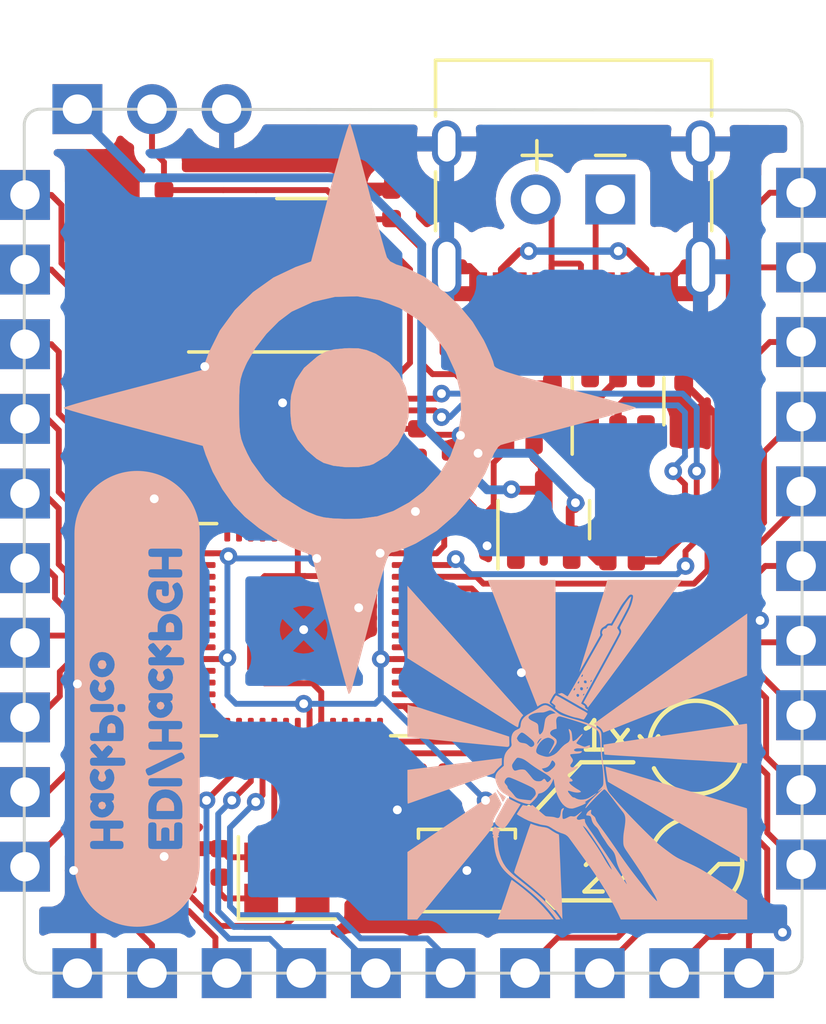
<source format=kicad_pcb>
(kicad_pcb (version 20211014) (generator pcbnew)
  (layers (0 "F.Cu" signal) (31 "B.Cu" signal) (34 "B.Paste" user) (35 "F.Paste" user) (36 "B.SilkS" user "B.Silkscreen") (37 "F.SilkS" user "F.Silkscreen") (38 "B.Mask" user) (39 "F.Mask" user) (44 "Edge.Cuts" user))
  (net 0 "")
  (net 1 "+1V1")
  (net 2 "GND")
  (net 3 "+3V3")
  (net 4 "VBUS")
  (net 5 "XOUT1")
  (net 6 "XIN")
  (net 7 "vUSB")
  (net 8 "D+")
  (net 9 "D-")
  (net 10 "DB+")
  (net 11 "DR+")
  (net 12 "DB-")
  (net 13 "DR-")
  (net 14 "CS")
  (net 15 "~{RESET}")
  (net 16 "XOUT")
  (net 17 "0")
  (net 18 "1")
  (net 19 "2")
  (net 20 "3")
  (net 21 "4")
  (net 22 "5")
  (net 23 "6")
  (net 24 "7")
  (net 25 "8")
  (net 26 "9")
  (net 27 "10")
  (net 28 "11")
  (net 29 "12")
  (net 30 "13")
  (net 31 "14")
  (net 32 "15")
  (net 35 "16")
  (net 36 "17")
  (net 37 "18")
  (net 38 "19")
  (net 39 "20")
  (net 40 "21")
  (net 41 "22")
  (net 42 "23")
  (net 43 "24")
  (net 44 "25")
  (net 45 "26{slash}A0")
  (net 46 "27{slash}A1")
  (net 47 "28{slash}A2")
  (net 48 "29{slash}A3")
  (net 49 "SD3")
  (net 50 "CLOCK")
  (net 51 "SD0")
  (net 52 "SD2")
  (net 53 "SD1")
  (net 54 "Net-(J0-PadB5)")
  (net 56 "Net-(J0-PadA5)")
  (footprint "Connector_USB:USB_C_Receptacle_HRO_TYPE-C-31-M-12" (layer "F.Cu") (at 122.682 69.671 180)
    (fp_text reference "J0" hide)
    (fp_text value "USB")
  )
  (footprint "EDI:Passive_0402_1005Metric" (layer "F.Cu") (at 108.738011 70.6765 -90)
    (fp_text reference "RF0" hide)
    (fp_text value "1k")
  )
  (footprint "EDI:Passive_0402_1005Metric" (layer "F.Cu") (at 114.572761 91.0555 -90)
    (fp_text reference "C6" hide)
    (fp_text value "100nF")
  )
  (footprint "Connector_PinSocket_2.54mm:PinSocket_1x02_P2.54mm_Vertical" (layer "F.Cu") (at 123.932 70.51 -90)
    (fp_text reference "J5" hide)
    (fp_text value "USB 4-Link")
  )
  (footprint "EDI:Passive_0402_1005Metric" (layer "F.Cu") (at 120.8532 78.852)
    (fp_text reference "CP0" hide)
    (fp_text value "1uf")
  )
  (footprint "EDI:Passive_0402_1005Metric" (layer "F.Cu") (at 115.334761 78.8 90)
    (fp_text reference "C0" hide)
    (fp_text value "1uf")
  )
  (footprint "EDI:CastellatedEdges" (layer "F.Cu") (at 130.429 93.1418 180)
    (fp_text reference "J3" hide)
    (fp_text value "Block 2 GPIO" hide)
  )
  (footprint "EDI:Passive_0402_1005Metric" (layer "F.Cu") (at 117.366761 78.8 90)
    (fp_text reference "C9" hide)
    (fp_text value "100nF")
  )
  (footprint "EDI:Passive_0402_1005Metric" (layer "F.Cu") (at 116.485011 70.6765 90)
    (fp_text reference "CF0" hide)
    (fp_text value "100nF")
  )
  (footprint "EDI:Passive_0402_1005Metric" (layer "F.Cu") (at 117.8814 90.0176 180)
    (fp_text reference "RR0" hide)
    (fp_text value "1k")
  )
  (footprint "EDI:Passive_0402_1005Metric" (layer "F.Cu") (at 113.302761 78.2285 90)
    (fp_text reference "C3" hide)
    (fp_text value "100nF")
  )
  (footprint "EDI:Passive_0402_1005Metric" (layer "F.Cu") (at 116.350761 78.8 90)
    (fp_text reference "C10" hide)
    (fp_text value "1uf")
  )
  (footprint "EDI:Passive_0402_1005Metric" (layer "F.Cu") (at 113.556761 91.0555 -90)
    (fp_text reference "RX0" hide)
    (fp_text value "1k")
  )
  (footprint "EDI:Passive_0402_1005Metric" (layer "F.Cu") (at 124.8933 80.59705 -90)
    (fp_text reference "RD1" hide)
    (fp_text value "27.4")
  )
  (footprint "EDI:Passive_0402_1005Metric" (layer "F.Cu") (at 124.333 82.81)
    (fp_text reference "CP1" hide)
    (fp_text value "1uf")
  )
  (footprint "EDI:Passive_0402_1005Metric" (layer "F.Cu") (at 118.763761 81.3816)
    (fp_text reference "C8" hide)
    (fp_text value "100nF")
  )
  (footprint "EDI:Passive_0402_1005Metric" (layer "F.Cu") (at 107.673 86.487 180)
    (fp_text reference "C5" hide)
    (fp_text value "100nF")
  )
  (footprint "EDI:Passive_0402_1005Metric" (layer "F.Cu") (at 126.43 76.26 -90)
    (fp_text reference "RC0" hide)
    (fp_text value "5k1")
  )
  (footprint "Package_SON:WSON-8-1EP_6x5mm_P1.27mm_EP3.4x4.3mm" (layer "F.Cu") (at 112.579761 73.0895)
    (fp_text reference "U2" hide)
    (fp_text value "W25Q128JVS")
  )
  (footprint "EDI:CastellatedEdges" (layer "F.Cu") (at 104.00625 70.35625)
    (fp_text reference "J1" hide)
    (fp_text value "Block 0 GPIO" hide)
  )
  (footprint "Crystal:Crystal_SMD_2520-4Pin_2.5x2.0mm" (layer "F.Cu") (at 112.921761 93.5955)
    (fp_text reference "Y0" hide)
    (fp_text value "2TJ412000NYGBC 12MHz")
  )
  (footprint "EDI:Passive_0402_1005Metric" (layer "F.Cu") (at 108.222761 82.2925 180)
    (fp_text reference "C4" hide)
    (fp_text value "100nF")
  )
  (footprint "Package_TO_SOT_SMD:SOT-23" (layer "F.Cu") (at 121.666 81.407 90)
    (fp_text reference "U1" hide)
    (fp_text value "LDO-3.3")
  )
  (footprint "EDI:Passive_0402_1005Metric" (layer "F.Cu") (at 121.9596 76.26 90)
    (fp_text reference "RC1" hide)
    (fp_text value "5k1")
  )
  (footprint "Button_Switch_SMD:SW_SPST_B3U-1000P" (layer "F.Cu") (at 119.0498 93.345 180)
    (fp_text reference "S1" hide)
    (fp_text value "RESET")
  )
  (footprint "EDI:Passive_0402_1005Metric" (layer "F.Cu") (at 115.207761 93.0875 -90)
    (fp_text reference "CX0" hide)
    (fp_text value "13pf")
  )
  (footprint "Connector_PinSocket_2.54mm:PinSocket_1x03_P2.54mm_Vertical" (layer "F.Cu") (at 105.791 67.437 90)
    (fp_text reference "J4" hide)
    (fp_text value "Power Output" hide)
  )
  (footprint "EDI:Passive_0402_1005Metric" (layer "F.Cu") (at 115.588761 91.0555 -90)
    (fp_text reference "C2" hide)
    (fp_text value "100nF")
  )
  (footprint "EDI:Passive_0402_1005Metric" (layer "F.Cu") (at 123.8773 80.59705 -90)
    (fp_text reference "RD0" hide)
    (fp_text value "27.4")
  )
  (footprint "EDI:CastellatedEdges" (layer "F.Cu") (at 105.791 96.8375 90)
    (fp_text reference "J2" hide)
    (fp_text value "Block 1 GPIO" hide)
  )
  (footprint "Package_TO_SOT_SMD:SOT-23-6" (layer "F.Cu") (at 124.1948 77.3776 90)
    (fp_text reference "U3" hide)
    (fp_text value "USBLC6-2SC6")
  )
  (footprint "Fuse:Fuse_0603_1608Metric" (layer "F.Cu") (at 120.65 76.82 -90)
    (fp_text reference "F0" hide)
    (fp_text value "6v 500ma")
  )
  (footprint "EDI:Passive_0402_1005Metric" (layer "F.Cu") (at 112.286761 78.2285 90)
    (fp_text reference "C1" hide)
    (fp_text value "100nF")
  )
  (footprint "EDI:Passive_0402_1005Metric" (layer "F.Cu") (at 119.507 86.614)
    (fp_text reference "C7" hide)
    (fp_text value "100nF")
  )
  (footprint "EDI:Passive_0402_1005Metric" (layer "F.Cu") (at 110.635761 93.0875 -90)
    (fp_text reference "CX1" hide)
    (fp_text value "13pf")
  )
  (footprint "EDI:RP2040" (layer "F.Cu") (at 113.493261 85.15)
    (fp_text reference "U0" hide)
    (fp_text value "RP2040")
  )
  (footprint "EDI:EDILogo" (layer "B.Cu") (at 115.062 77.597 180)
    (fp_text reference "G***" hide)
    (fp_text value "EDI" hide)
  )
  (footprint "kibuzzard-62CC8E63" (layer "B.Cu") (at 107.823 87.503 90)
    (fp_text reference "kibuzzard-62CC8E63" hide)
    (fp_text value "G***" hide)
  )
  (footprint "EDI:hackpgh" (layer "B.Cu") (at 122.809 89.281 180)
    (fp_text reference "G***" hide)
    (fp_text value "LOGO" hide)
  )
  (gr_line (start 127.631825 93.125925) (end 128.425575 93.125925) (layer "F.SilkS") (width 0.15))
  (gr_line (start 121.158 91.567) (end 121.158 91.186) (layer "F.SilkS") (width 0.15))
  (gr_line (start 125.250575 93.125925) (end 126.044325 93.125925) (layer "F.SilkS") (width 0.15))
  (gr_line (start 126.838075 93.919675) (end 127.631825 93.125925) (layer "F.SilkS") (width 0.15))
  (gr_line (start 121.793 94.361) (end 122.047 94.107) (layer "F.SilkS") (width 0.15))
  (gr_line (start 124.587 94.361) (end 121.793 94.361) (layer "F.SilkS") (width 0.15))
  (gr_line (start 126.044325 93.125925) (end 126.838075 93.919675) (layer "F.SilkS") (width 0.15))
  (gr_line (start 121.158 91.567) (end 121.539 91.567) (layer "F.SilkS") (width 0.15))
  (gr_circle (center 126.838075 93.125925) (end 126.838075 91.538425) (layer "F.SilkS") (width 0.15) (fill none))
  (gr_arc (start 125.250575 89.157175) (mid 128.383108 88.792442) (end 125.418172 89.867127) (layer "F.SilkS") (width 0.15))
  (gr_line (start 124.933075 88.776175) (end 125.250575 89.157175) (layer "F.SilkS") (width 0.15))
  (gr_line (start 121.793 94.361) (end 122.047 94.615) (layer "F.SilkS") (width 0.15))
  (gr_line (start 125.250575 89.157175) (end 125.568075 88.776175) (layer "F.SilkS") (width 0.15))
  (gr_line (start 124.714 89.662) (end 122.936 89.662) (layer "F.SilkS") (width 0.15))
  (gr_line (start 122.936 89.662) (end 121.158 91.567) (layer "F.SilkS") (width 0.15))
  (gr_arc (start 130.460089 96.29775) (mid 130.302 96.679411) (end 129.920339 96.8375) (layer "Edge.Cuts") (width 0.1))
  (gr_line (start 130.46075 68.01) (end 130.460089 96.29775) (layer "Edge.Cuts") (width 0.1))
  (gr_arc (start 129.921 67.47025) (mid 130.302661 67.628339) (end 130.46075 68.01) (layer "Edge.Cuts") (width 0.1))
  (gr_line (start 104.521 67.437) (end 129.921 67.47025) (layer "Edge.Cuts") (width 0.1))
  (gr_line (start 103.98125 96.29775) (end 103.98125 67.97675) (layer "Edge.Cuts") (width 0.1))
  (gr_arc (start 104.521 96.8375) (mid 104.139339 96.679411) (end 103.98125 96.29775) (layer "Edge.Cuts") (width 0.1))
  (gr_line (start 129.920339 96.8375) (end 104.521 96.8375) (layer "Edge.Cuts") (width 0.1))
  (gr_arc (start 103.98125 67.97675) (mid 104.139339 67.595089) (end 104.521 67.437) (layer "Edge.Cuts") (width 0.1))
  (gr_text "1x\n\n\n2x" (at 123.790075 91.189175) (layer "F.SilkS") (effects (font (size 1 1))))
  (segment (start 115.293261 81.7125) (end 115.293261 83.096) (width 0.2) (layer "F.Cu") (net 1))
  (segment (start 114.505466 89.5315) (end 114.699761 89.5315) (width 0.2) (layer "F.Cu") (net 1))
  (segment (start 115.063772 83.325489) (end 113.539772 83.325489) (width 0.2) (layer "F.Cu") (net 1))
  (segment (start 113.793772 86.974511) (end 112.16875 86.974511) (width 0.2) (layer "F.Cu") (net 1))
  (segment (start 115.293261 79.3265) (end 115.334761 79.285) (width 0.2) (layer "F.Cu") (net 1))
  (segment (start 112.286761 79.2445) (end 112.286761 78.7135) (width 0.2) (layer "F.Cu") (net 1))
  (segment (start 114.093261 87.274) (end 113.793772 86.974511) (width 0.2) (layer "F.Cu") (net 1))
  (segment (start 111.66875 86.474511) (end 111.66875 83.825489) (width 0.2) (layer "F.Cu") (net 1))
  (segment (start 113.293261 83.297873) (end 113.293261 81.7125) (width 0.2) (layer "F.Cu") (net 1))
  (segment (start 111.66875 83.825489) (end 112.068803 83.425436) (width 0.2) (layer "F.Cu") (net 1))
  (segment (start 115.588761 90.4205) (end 115.588761 90.5705) (width 0.2) (layer "F.Cu") (net 1))
  (segment (start 115.293261 81.7125) (end 115.293261 79.3265) (width 0.2) (layer "F.Cu") (net 1))
  (segment (start 113.293261 81.7125) (end 113.293261 80.251) (width 0.2) (layer "F.Cu") (net 1))
  (segment (start 113.293261 80.251) (end 112.286761 79.2445) (width 0.2) (layer "F.Cu") (net 1))
  (segment (start 113.539772 83.325489) (end 113.265645 83.325489) (width 0.2) (layer "F.Cu") (net 1))
  (segment (start 114.093261 88.5875) (end 114.093261 87.274) (width 0.2) (layer "F.Cu") (net 1))
  (segment (start 112.16875 83.325489) (end 112.068803 83.425436) (width 0.2) (layer "F.Cu") (net 1))
  (segment (start 114.699761 89.5315) (end 115.588761 90.4205) (width 0.2) (layer "F.Cu") (net 1))
  (segment (start 115.293261 83.096) (end 115.063772 83.325489) (width 0.2) (layer "F.Cu") (net 1))
  (segment (start 114.093261 89.119295) (end 114.505466 89.5315) (width 0.2) (layer "F.Cu") (net 1))
  (segment (start 113.539772 83.325489) (end 112.16875 83.325489) (width 0.2) (layer "F.Cu") (net 1))
  (segment (start 114.093261 88.5875) (end 114.093261 89.119295) (width 0.2) (layer "F.Cu") (net 1))
  (segment (start 112.16875 86.974511) (end 111.66875 86.474511) (width 0.2) (layer "F.Cu") (net 1))
  (segment (start 125.5716 82.81) (end 125.5716 82.800762) (width 0.25) (layer "F.Cu") (net 2))
  (segment (start 121.91008 76.79452) (end 120.12692 76.79452) (width 0.25) (layer "F.Cu") (net 2))
  (segment (start 113.796761 94.2955) (end 112.860781 95.23148) (width 0.2) (layer "F.Cu") (net 2))
  (segment (start 118.362 72.801) (end 119.1306 72.801) (width 0.25) (layer "F.Cu") (net 2))
  (segment (start 115.207761 93.5725) (end 116.600289 92.179972) (width 0.2) (layer "F.Cu") (net 2))
  (segment (start 117.886572 78.516572) (end 118.811072 78.516572) (width 0.2) (layer "F.Cu") (net 2))
  (segment (start 120.1385 86.614) (end 120.904 86.614) (width 0.2) (layer "F.Cu") (net 2))
  (segment (start 119.248761 81.809161) (end 119.7356 82.296) (width 0.2) (layer "F.Cu") (net 2))
  (segment (start 127.127 76.065537) (end 127.127 72.926) (width 0.25) (layer "F.Cu") (net 2))
  (segment (start 119.961589 79.463449) (end 119.961589 80.918411) (width 0.2) (layer "F.Cu") (net 2))
  (segment (start 118.811072 78.516572) (end 118.8313 78.5368) (width 0.2) (layer "F.Cu") (net 2))
  (segment (start 107.188 86.487) (end 106.299 86.487) (width 0.2) (layer "F.Cu") (net 2))
  (segment (start 112.8835 77.5385) (end 112.776 77.431) (width 0.2) (layer "F.Cu") (net 2))
  (segment (start 109.01 92.6025) (end 108.74375 92.86875) (width 0.2) (layer "F.Cu") (net 2))
  (segment (start 110.635761 92.6025) (end 109.01 92.6025) (width 0.2) (layer "F.Cu") (net 2))
  (segment (start 112.8835 77.7435) (end 112.8835 77.5385) (width 0.2) (layer "F.Cu") (net 2))
  (segment (start 106.299 86.487) (end 105.791 86.995) (width 0.2) (layer "F.Cu") (net 2))
  (segment (start 117.2972 81.1276) (end 117.96878 80.45602) (width 0.3) (layer "F.Cu") (net 2))
  (segment (start 112.046761 92.8955) (end 110.928761 92.8955) (width 0.2) (layer "F.Cu") (net 2))
  (segment (start 115.334761 78.315) (end 117.366761 78.315) (width 0.2) (layer "F.Cu") (net 2))
  (segment (start 112.493261 88.5875) (end 112.493261 92.449) (width 0.2) (layer "F.Cu") (net 2))
  (segment (start 110.928761 92.8955) (end 110.635761 92.6025) (width 0.2) (layer "F.Cu") (net 2))
  (segment (start 117.96878 80.45602) (end 118.70842 80.45602) (width 0.3) (layer "F.Cu") (net 2))
  (segment (start 112.643261 73.0995) (end 112.643261 73.681) (width 0.2) (layer "F.Cu") (net 2))
  (segment (start 109.879761 75.9485) (end 110.127761 76.1965) (width 0.2) (layer "F.Cu") (net 2))
  (segment (start 124.818 82.81) (end 125.5716 82.81) (width 0.25) (layer "F.Cu") (net 2))
  (segment (start 120.12692 76.79452) (end 119.432 76.0996) (width 0.25) (layer "F.Cu") (net 2))
  (segment (start 109.879761 74.9945) (end 109.879761 75.9485) (width 0.2) (layer "F.Cu") (net 2))
  (segment (start 119.1306 72.801) (end 119.432 73.1024) (width 0.25) (layer "F.Cu") (net 2))
  (segment (start 112.286761 77.7435) (end 112.8835 77.7435) (width 0.2) (layer "F.Cu") (net 2))
  (segment (start 124.1948 77.573672) (end 124.450872 77.3176) (width 0.25) (layer "F.Cu") (net 2))
  (segment (start 126.3858 72.801) (end 125.932 73.2548) (width 0.25) (layer "F.Cu") (net 2))
  (segment (start 117.366761 78.315) (end 117.685 78.315) (width 0.2) (layer "F.Cu") (net 2))
  (segment (start 110.655486 95.23148) (end 108.74375 93.319744) (width 0.2) (layer "F.Cu") (net 2))
  (segment (start 112.860781 95.23148) (end 110.655486 95.23148) (width 0.2) (layer "F.Cu") (net 2))
  (segment (start 112.493261 92.449) (end 112.046761 92.8955) (width 0.2) (layer "F.Cu") (net 2))
  (segment (start 127.497511 77.812511) (end 126.43 76.745) (width 0.25) (layer "F.Cu") (net 2))
  (segment (start 126.43 76.745) (end 126.447537 76.745) (width 0.25) (layer "F.Cu") (net 2))
  (segment (start 112.643261 73.681) (end 110.127761 76.1965) (width 0.2) (layer "F.Cu") (net 2))
  (segment (start 127.497511 80.874851) (end 127.497511 77.812511) (width 0.25) (layer "F.Cu") (net 2))
  (segment (start 119.432 76.0996) (end 119.432 73.716) (width 0.25) (layer "F.Cu") (net 2))
  (segment (start 117.685 78.315) (end 117.886572 78.516572) (width 0.2) (layer "F.Cu") (net 2))
  (segment (start 112.8835 77.7435) (end 113.302761 77.7435) (width 0.2) (layer "F.Cu") (net 2))
  (segment (start 126.3396 77.3176) (end 124.450872 77.3176) (width 0.25) (layer "F.Cu") (net 2))
  (segment (start 119.432 73.1024) (end 119.432 73.716) (width 0.25) (layer "F.Cu") (net 2))
  (segment (start 116.600289 92.179972) (end 116.600289 91.362211) (width 0.2) (layer "F.Cu") (net 2))
  (segment (start 125.5716 82.800762) (end 127.497511 80.874851) (width 0.25) (layer "F.Cu") (net 2))
  (segment (start 120.3682 78.852) (end 120.3682 79.056838) (width 0.2) (layer "F.Cu") (net 2))
  (segment (start 124.1948 78.5151) (end 124.1948 77.573672) (width 0.25) (layer "F.Cu") (net 2))
  (segment (start 127.127 72.926) (end 127.002 72.801) (width 0.25) (layer "F.Cu") (net 2))
  (segment (start 126.43 76.745) (end 126.43 77.2272) (width 0.25) (layer "F.Cu") (net 2))
  (segment (start 121.9596 76.745) (end 121.91008 76.79452) (width 0.25) (layer "F.Cu") (net 2))
  (segment (start 126.447537 76.745) (end 127.127 76.065537) (width 0.25) (layer "F.Cu") (net 2))
  (segment (start 108.74375 93.319744) (end 108.74375 92.86875) (width 0.2) (layer "F.Cu") (net 2))
  (segment (start 119.961589 80.918411) (end 119.961589 81.575089) (width 0.2) (layer "F.Cu") (net 2))
  (segment (start 120.3682 79.056838) (end 119.961589 79.463449) (width 0.2) (layer "F.Cu") (net 2))
  (segment (start 119.248761 81.3816) (end 119.4984 81.3816) (width 0.2) (layer "F.Cu") (net 2))
  (segment (start 127.002 72.801) (end 126.3858 72.801) (width 0.25) (layer "F.Cu") (net 2))
  (segment (start 119.248761 80.996361) (end 119.248761 81.3816) (width 0.3) (layer "F.Cu") (net 2))
  (segment (start 119.961589 81.575089) (end 120.6652 82.2787) (width 0.2) (layer "F.Cu") (net 2))
  (segment (start 125.932 73.2548) (end 125.932 73.716) (width 0.25) (layer "F.Cu") (net 2))
  (segment (start 118.70842 80.45602) (end 119.248761 80.996361) (width 0.3) (layer "F.Cu") (net 2))
  (segment (start 116.600289 91.362211) (end 116.68125 91.28125) (width 0.2) (layer "F.Cu") (net 2))
  (segment (start 126.43 77.2272) (end 126.3396 77.3176) (width 0.25) (layer "F.Cu") (net 2))
  (segment (start 119.248761 81.3816) (end 119.248761 81.809161) (width 0.2) (layer "F.Cu") (net 2))
  (segment (start 119.4984 81.3816) (end 119.961589 80.918411) (width 0.2) (layer "F.Cu") (net 2))
  (via (at 105.791 86.995) (size 0.6) (drill 0.3) (layers "F.Cu" "B.Cu") (net 2))
  (via (at 110.127761 76.1965) (size 0.6) (drill 0.3) (layers "F.Cu" "B.Cu") (net 2))
  (via (at 117.2972 81.1276) (size 0.6) (drill 0.3) (layers "F.Cu" "B.Cu") (net 2))
  (via (at 112.776 77.431) (size 0.6) (drill 0.3) (layers "F.Cu" "B.Cu") (net 2))
  (via (at 118.8313 78.5368) (size 0.6) (drill 0.3) (layers "F.Cu" "B.Cu") (net 2))
  (via (at 108.4072 80.6958) (size 0.6) (drill 0.3) (layers "F.Cu" "B.Cu") (net 2))
  (via (at 119.7356 82.296) (size 0.6) (drill 0.3) (layers "F.Cu" "B.Cu") (net 2))
  (via (at 119.0498 93.345) (size 0.6) (drill 0.3) (layers "F.Cu" "B.Cu") (net 2))
  (via (at 116.68125 91.28125) (size 0.6) (drill 0.3) (layers "F.Cu" "B.Cu") (net 2))
  (via (at 129.032 84.836) (size 0.6) (drill 0.3) (layers "F.Cu" "B.Cu") (net 2))
  (via (at 108.74375 92.86875) (size 0.6) (drill 0.3) (layers "F.Cu" "B.Cu") (net 2))
  (via (at 129.794 95.4532) (size 0.6) (drill 0.3) (layers "F.Cu" "B.Cu") (net 2))
  (via (at 115.3668 84.4042) (size 0.6) (drill 0.3) (layers "F.Cu" "B.Cu") (net 2))
  (via (at 120.904 86.614) (size 0.6) (drill 0.3) (layers "F.Cu" "B.Cu") (net 2))
  (via (at 105.664 93.345) (size 0.6) (drill 0.3) (layers "F.Cu" "B.Cu") (net 2))
  (segment (start 112.776 77.431) (end 111.362261 77.431) (width 0.2) (layer "B.Cu") (net 2))
  (segment (start 115.3668 82.357913) (end 116.597113 81.1276) (width 0.3) (layer "B.Cu") (net 2))
  (segment (start 123.510111 79.212511) (end 123.510111 81.975889) (width 0.2) (layer "B.Cu") (net 2))
  (segment (start 123.510111 81.975889) (end 123.19 82.296) (width 0.2) (layer "B.Cu") (net 2))
  (segment (start 123.19 82.296) (end 119.7356 82.296) (width 0.2) (layer "B.Cu") (net 2))
  (segment (start 123.2408 78.9432) (end 122.8344 78.5368) (width 0.2) (layer "B.Cu") (net 2))
  (segment (start 111.362261 77.431) (end 110.127761 76.1965) (width 0.2) (layer "B.Cu") (net 2))
  (segment (start 122.8344 78.5368) (end 118.8313 78.5368) (width 0.2) (layer "B.Cu") (net 2))
  (segment (start 123.2408 78.9432) (end 123.510111 79.212511) (width 0.2) (layer "B.Cu") (net 2))
  (segment (start 115.3668 84.4042) (end 115.3668 82.357913) (width 0.3) (layer "B.Cu") (net 2))
  (segment (start 116.597113 81.1276) (end 117.2972 81.1276) (width 0.3) (layer "B.Cu") (net 2))
  (segment (start 116.096761 82.5465) (end 116.927261 82.5465) (width 0.2) (layer "F.Cu") (net 3))
  (segment (start 122.5652 82.2787) (end 122.5652 81.010811) (width 0.3) (layer "F.Cu") (net 3))
  (segment (start 119.0025 80.0065) (end 119.4308 79.5782) (width 0.2) (layer "F.Cu") (net 3))
  (segment (start 118.3664 90.0176) (end 118.745 90.0176) (width 0.2) (layer "F.Cu") (net 3))
  (segment (start 116.096761 81.716) (end 116.093261 81.7125) (width 0.2) (layer "F.Cu") (net 3))
  (segment (start 110.898187 86.108209) (end 110.856396 86.15) (width 0.2) (layer "F.Cu") (net 3))
  (segment (start 119.4308 79.1464) (end 119.4308 77.216) (width 0.2) (layer "F.Cu") (net 3))
  (segment (start 118.6688 76.454) (end 117.8814 76.454) (width 0.2) (layer "F.Cu") (net 3))
  (segment (start 116.985761 80.0065) (end 116.8365 80.0065) (width 0.2) (layer "F.Cu") (net 3))
  (segment (start 113.693261 81.7125) (end 113.693261 80.759) (width 0.2) (layer "F.Cu") (net 3))
  (segment (start 119.4308 77.216) (end 118.6688 76.454) (width 0.2) (layer "F.Cu") (net 3))
  (segment (start 113.493761 87.671511) (end 113.693261 87.871011) (width 0.2) (layer "F.Cu") (net 3))
  (segment (start 110.933314 82.651407) (end 110.831907 82.55) (width 0.2) (layer "F.Cu") (net 3))
  (segment (start 108.331 68.834) (end 108.331 67.542008) (width 0.2) (layer "F.Cu") (net 3))
  (segment (start 108.965261 82.55) (end 108.707761 82.2925) (width 0.2) (layer "F.Cu") (net 3))
  (segment (start 116.11981 86.15) (end 116.930761 86.15) (width 0.2) (layer "F.Cu") (net 3))
  (segment (start 113.693261 82.481489) (end 113.937761 82.725989) (width 0.2) (layer "F.Cu") (net 3))
  (segment (start 115.693261 79.9425) (end 116.350761 79.285) (width 0.2) (layer "F.Cu") (net 3))
  (segment (start 114.093261 81.7125) (end 114.093261 82.570489) (width 0.2) (layer "F.Cu") (net 3))
  (segment (start 114.286761 70.1915) (end 111.8729 70.1915) (width 0.2) (layer "F.Cu") (net 3))
  (segment (start 116.093261 80.264) (end 116.093261 81.7125) (width 0.2) (layer "F.Cu") (net 3))
  (segment (start 108.738011 69.241011) (end 108.331 68.834) (width 0.2) (layer "F.Cu") (net 3))
  (segment (start 113.693261 89.284301) (end 113.693261 88.5875) (width 0.2) (layer "F.Cu") (net 3))
  (segment (start 116.927261 82.5465) (end 116.930761 82.55) (width 0.2) (layer "F.Cu") (net 3))
  (segment (start 114.093261 81.7125) (end 114.093261 81.159) (width 0.2) (layer "F.Cu") (net 3))
  (segment (start 118.278761 82.2925) (end 118.278761 81.3816) (width 0.2) (layer "F.Cu") (net 3))
  (segment (start 118.021261 82.55) (end 118.278761 82.2925) (width 0.2) (layer "F.Cu") (net 3))
  (segment (start 108.738011 70.1915) (end 108.738011 69.241011) (width 0.2) (layer "F.Cu") (net 3))
  (segment (start 110.831907 82.55) (end 110.055761 82.55) (width 0.2) (layer "F.Cu") (net 3))
  (segment (start 122.9845 82.2787) (end 122.5652 82.2787) (width 0.3) (layer "F.Cu") (net 3))
  (segment (start 115.969761 82.5465) (end 115.693261 82.27) (width 0.2) (layer "F.Cu") (net 3))
  (segment (start 116.462011 71.1845) (end 116.485011 71.1615) (width 0.2) (layer "F.Cu") (net 3))
  (segment (start 114.572761 90.163801) (end 113.693261 89.284301) (width 0.2) (layer "F.Cu") (net 3))
  (segment (start 113.693261 80.759) (end 113.693261 80.016) (width 0.2) (layer "F.Cu") (net 3))
  (segment (start 119.4308 79.5782) (end 119.4308 79.1464) (width 0.2) (layer "F.Cu") (net 3))
  (segment (start 116.118868 86.149058) (end 116.11981 86.15) (width 0.2) (layer "F.Cu") (net 3))
  (segment (start 119.022 86.614) (end 118.491 86.614) (width 0.2) (layer "F.Cu") (net 3))
  (segment (start 117.51228 72.18877) (end 116.485011 71.1615) (width 0.2) (layer "F.Cu") (net 3))
  (segment (start 110.7553 70.1915) (end 108.738011 70.1915) (width 0.2) (layer "F.Cu") (net 3))
  (segment (start 116.096761 82.5465) (end 115.969761 82.5465) (width 0.2) (layer "F.Cu") (net 3))
  (segment (start 115.279761 71.1845) (end 114.286761 70.1915) (width 0.2) (layer "F.Cu") (net 3))
  (segment (start 117.51228 76.08488) (end 117.51228 72.18877) (width 0.2) (layer "F.Cu") (net 3))
  (segment (start 108.450261 86.487) (end 108.787261 86.15) (width 0.2) (layer "F.Cu") (net 3))
  (segment (start 118.491 86.614) (end 118.027 86.15) (width 0.2) (layer "F.Cu") (net 3))
  (segment (start 116.350761 80.0065) (end 116.093261 80.264) (width 0.2) (layer "F.Cu") (net 3))
  (segment (start 114.572761 90.5705) (end 114.572761 90.163801) (width 0.2) (layer "F.Cu") (net 3))
  (segment (start 123.5226 82.8168) (end 122.9845 82.2787) (width 0.3) (layer "F.Cu") (net 3))
  (segment (start 122.7303 81.0285) (end 122.9106 80.8482) (width 0.3) (layer "F.Cu") (net 3))
  (segment (start 115.693261 82.27) (end 115.693261 81.7125) (width 0.2) (layer "F.Cu") (net 3))
  (segment (start 123.8504 82.8168) (end 123.5226 82.8168) (width 0.3) (layer "F.Cu") (net 3))
  (segment (start 111.8729 70.1915) (end 110.7553 70.1915) (width 0.2) (layer "F.Cu") (net 3))
  (segment (start 117.8814 76.454) (end 117.51228 76.08488) (width 0.2) (layer "F.Cu") (net 3))
  (segment (start 115.279761 71.1845) (end 116.462011 71.1845) (width 0.2) (layer "F.Cu") (net 3))
  (segment (start 116.8365 80.0065) (end 119.0025 80.0065) (width 0.2) (layer "F.Cu") (net 3))
  (segment (start 113.302761 78.7135) (end 113.302761 79.6255) (width 0.2) (layer "F.Cu") (net 3))
  (segment (start 117.366761 79.6255) (end 116.985761 80.0065) (width 0.2) (layer "F.Cu") (net 3))
  (segment (start 108.787261 86.15) (end 110.055761 86.15) (width 0.2) (layer "F.Cu") (net 3))
  (segment (start 116.096761 82.5465) (end 116.096761 81.716) (width 0.2) (layer "F.Cu") (net 3))
  (segment (start 117.366761 79.285) (end 117.366761 79.6255) (width 0.2) (layer "F.Cu") (net 3))
  (segment (start 110.055761 82.55) (end 108.965261 82.55) (width 0.2) (layer "F.Cu") (net 3))
  (segment (start 116.8365 80.0065) (end 116.350761 80.0065) (width 0.2) (layer "F.Cu") (net 3))
  (segment (start 114.093261 81.159) (end 113.693261 80.759) (width 0.2) (layer "F.Cu") (net 3))
  (segment (start 113.693261 80.016) (end 113.302761 79.6255) (width 0.2) (layer "F.Cu") (net 3))
  (segment (start 114.093261 82.570489) (end 113.937761 82.725989) (width 0.2) (layer "F.Cu") (net 3))
  (segment (start 113.693261 81.7125) (end 113.693261 82.481489) (width 0.2) (layer "F.Cu") (net 3))
  (segment (start 108.158 86.487) (end 108.450261 86.487) (width 0.2) (layer "F.Cu") (net 3))
  (segment (start 110.856396 86.15) (end 110.055761 86.15) (width 0.2) (layer "F.Cu") (net 3))
  (segment (start 116.930761 86.15) (end 118.027 86.15) (width 0.2) (layer "F.Cu") (net 3))
  (segment (start 115.693261 81.7125) (end 115.693261 79.9425) (width 0.2) (layer "F.Cu") (net 3))
  (segment (start 118.745 90.0176) (end 119.6848 90.9574) (width 0.2) (layer "F.Cu") (net 3))
  (segment (start 113.693261 87.871011) (end 113.693261 88.5875) (width 0.2) (layer "F.Cu") (net 3))
  (segment (start 116.930761 82.55) (end 118.021261 82.55) (width 0.2) (layer "F.Cu") (net 3))
  (via (at 110.898187 86.108209) (size 0.6) (drill 0.3) (layers "F.Cu" "B.Cu") (net 3))
  (via (at 119.4308 79.1464) (size 0.6) (drill 0.3) (layers "F.Cu" "B.Cu") (net 3))
  (via (at 116.096761 82.5465) (size 0.6) (drill 0.3) (layers "F.Cu" "B.Cu") (net 3))
  (via (at 113.937761 82.725989) (size 0.6) (drill 0.3) (layers "F.Cu" "B.Cu") (net 3))
  (via (at 116.118868 86.149058) (size 0.6) (drill 0.3) (layers "F.Cu" "B.Cu") (net 3))
  (via (at 113.493761 87.671511) (size 0.6) (drill 0.3) (layers "F.Cu" "B.Cu") (net 3))
  (via (at 110.933314 82.651407) (size 0.6) (drill 0.3) (layers "F.Cu" "B.Cu") (net 3))
  (via (at 119.6848 90.9574) (size 0.6) (drill 0.3) (layers "F.Cu" "B.Cu") (net 3))
  (via (at 122.7455 80.830511) (size 0.6) (drill 0.3) (layers "F.Cu" "B.Cu") (net 3))
  (segment (start 111.188772 87.671511) (end 110.898187 87.380926) (width 0.2) (layer "B.Cu") (net 3))
  (segment (start 121.2088 79.1464) (end 119.4308 79.1464) (width 0.3) (layer "B.Cu") (net 3))
  (segment (start 110.898187 82.686534) (end 110.898187 86.108209) (width 0.2) (layer "B.Cu") (net 3))
  (segment (start 122.9106 80.8482) (end 121.2088 79.1464) (width 0.3) (layer "B.Cu") (net 3))
  (segment (start 110.933314 82.651407) (end 110.898187 82.686534) (width 0.2) (layer "B.Cu") (net 3))
  (segment (start 113.493761 87.671511) (end 115.92475 87.671511) (width 0.2) (layer "B.Cu") (net 3))
  (segment (start 116.118868 82.568607) (end 116.096761 82.5465) (width 0.2) (layer "B.Cu") (net 3))
  (segment (start 111.007896 82.725989) (end 110.933314 82.651407) (width 0.2) (layer "B.Cu") (net 3))
  (segment (start 116.204793 87.477393) (end 116.118868 87.477393) (width 0.2) (layer "B.Cu") (net 3))
  (segment (start 113.937761 82.725989) (end 111.007896 82.725989) (width 0.2) (layer "B.Cu") (net 3))
  (segment (start 116.118868 87.477393) (end 116.118868 86.149058) (width 0.2) (layer "B.Cu") (net 3))
  (segment (start 110.898187 87.380926) (end 110.898187 86.108209) (width 0.2) (layer "B.Cu") (net 3))
  (segment (start 116.118868 86.149058) (end 116.118868 82.568607) (width 0.2) (layer "B.Cu") (net 3))
  (segment (start 115.92475 87.671511) (end 116.118868 87.477393) (width 0.2) (layer "B.Cu") (net 3))
  (segment (start 119.6848 90.9574) (end 116.204793 87.477393) (width 0.2) (layer "B.Cu") (net 3))
  (segment (start 113.493761 87.671511) (end 111.188772 87.671511) (width 0.2) (layer "B.Cu") (net 3))
  (segment (start 121.3382 78.2957) (end 121.3382 78.852) (width 0.3) (layer "F.Cu") (net 4))
  (segment (start 121.6152 80.4037) (end 120.591489 80.4037) (width 0.3) (layer "F.Cu") (net 4))
  (segment (start 124.1948 76.2401) (end 124.1948 76.623672) (width 0.25) (layer "F.Cu") (net 4))
  (segment (start 121.6152 79.5886) (end 121.6152 80.4037) (width 0.3) (layer "F.Cu") (net 4))
  (segment (start 120.65 77.6075) (end 121.3382 78.2957) (width 0.3) (layer "F.Cu") (net 4))
  (segment (start 120.7875 77.47) (end 120.65 77.6075) (width 0.25) (layer "F.Cu") (net 4))
  (segment (start 124.1948 76.623672) (end 123.348472 77.47) (width 0.25) (layer "F.Cu") (net 4))
  (segment (start 121.3382 79.3116) (end 121.6152 79.5886) (width 0.3) (layer "F.Cu") (net 4))
  (segment (start 123.348472 77.47) (end 120.7875 77.47) (width 0.25) (layer "F.Cu") (net 4))
  (segment (start 121.3382 78.852) (end 121.3382 79.3116) (width 0.3) (layer "F.Cu") (net 4))
  (via (at 120.5611 80.373311) (size 0.6) (drill 0.3) (layers "F.Cu" "B.Cu") (net 4))
  (segment (start 120.7262 80.391) (end 119.741591 80.391) (width 0.3) (layer "B.Cu") (net 4))
  (segment (start 117.592296 78.241704) (end 117.536689 78.186098) (width 0.3) (layer "B.Cu") (net 4))
  (segment (start 115.2398 69.7738) (end 117.51248 72.04648) (width 0.3) (layer "B.Cu") (net 4))
  (segment (start 117.51248 78.161889) (end 117.592296 78.241704) (width 0.3) (layer "B.Cu") (net 4))
  (segment (start 107.975918 69.7738) (end 115.2398 69.7738) (width 0.3) (layer "B.Cu") (net 4))
  (segment (start 105.790801 67.588683) (end 107.975918 69.7738) (width 0.3) (layer "B.Cu") (net 4))
  (segment (start 117.51248 72.04648) (end 117.51248 78.161889) (width 0.3) (layer "B.Cu") (net 4))
  (segment (start 119.741591 80.391) (end 117.592296 78.241704) (width 0.3) (layer "B.Cu") (net 4))
  (segment (start 115.207761 92.6025) (end 114.089761 92.6025) (width 0.2) (layer "F.Cu") (net 5))
  (segment (start 113.556761 92.6555) (end 113.796761 92.8955) (width 0.2) (layer "F.Cu") (net 5))
  (segment (start 113.556761 91.5405) (end 113.556761 92.6555) (width 0.2) (layer "F.Cu") (net 5))
  (segment (start 114.089761 92.6025) (end 113.796761 92.8955) (width 0.2) (layer "F.Cu") (net 5))
  (segment (start 112.046761 94.2955) (end 112.320783 94.2955) (width 0.2) (layer "F.Cu") (net 6))
  (segment (start 112.921272 89.658011) (end 112.893261 89.63) (width 0.2) (layer "F.Cu") (net 6))
  (segment (start 112.893261 89.63) (end 112.893261 88.5875) (width 0.2) (layer "F.Cu") (net 6))
  (segment (start 110.635761 94.1035) (end 110.635761 93.5725) (width 0.2) (layer "F.Cu") (net 6))
  (segment (start 112.046761 94.2955) (end 110.827761 94.2955) (width 0.2) (layer "F.Cu") (net 6))
  (segment (start 112.320783 94.2955) (end 112.921272 93.695011) (width 0.2) (layer "F.Cu") (net 6))
  (segment (start 110.827761 94.2955) (end 110.635761 94.1035) (width 0.2) (layer "F.Cu") (net 6))
  (segment (start 112.921272 93.695011) (end 112.921272 89.658011) (width 0.2) (layer "F.Cu") (net 6))
  (segment (start 120.232 75.6145) (end 120.65 76.0325) (width 0.25) (layer "F.Cu") (net 7))
  (segment (start 125.132 73.716) (end 125.132 72.891978) (width 0.25) (layer "F.Cu") (net 7))
  (segment (start 125.132 72.891978) (end 124.506992 72.26697) (width 0.25) (layer "F.Cu") (net 7))
  (segment (start 120.857008 72.26697) (end 120.232 72.891978) (width 0.25) (layer "F.Cu") (net 7))
  (segment (start 124.506992 72.26697) (end 124.20203 72.26697) (width 0.25) (layer "F.Cu") (net 7))
  (segment (start 120.232 72.891978) (end 120.232 73.716) (width 0.25) (layer "F.Cu") (net 7))
  (segment (start 121.15403 72.26697) (end 120.857008 72.26697) (width 0.25) (layer "F.Cu") (net 7))
  (segment (start 120.232 73.716) (end 120.232 75.6145) (width 0.25) (layer "F.Cu") (net 7))
  (via (at 121.15403 72.26697) (size 0.6) (drill 0.3) (layers "F.Cu" "B.Cu") (net 7))
  (via (at 124.20203 72.26697) (size 0.6) (drill 0.3) (layers "F.Cu" "B.Cu") (net 7))
  (segment (start 124.20203 72.26697) (end 121.15403 72.26697) (width 0.25) (layer "B.Cu") (net 7))
  (segment (start 121.932 71.05) (end 121.392 70.51) (width 0.2) (layer "F.Cu") (net 8))
  (segment (start 121.932 72.741978) (end 121.982489 72.691489) (width 0.2) (layer "F.Cu") (net 8))
  (segment (start 123.2448 76.002822) (end 121.932 74.690022) (width 0.2) (layer "F.Cu") (net 8))
  (segment (start 121.932 74.690022) (end 121.932 73.716) (width 0.2) (layer "F.Cu") (net 8))
  (segment (start 122.881511 72.691489) (end 122.932 72.741978) (width 0.2) (layer "F.Cu") (net 8))
  (segment (start 122.932 72.741978) (end 122.932 73.716) (width 0.2) (layer "F.Cu") (net 8))
  (segment (start 121.982489 72.691489) (end 122.881511 72.691489) (width 0.2) (layer "F.Cu") (net 8))
  (segment (start 121.932 73.716) (end 121.932 71.05) (width 0.2) (layer "F.Cu") (net 8))
  (segment (start 123.2448 76.2401) (end 123.2448 76.002822) (width 0.2) (layer "F.Cu") (net 8))
  (segment (start 121.932 73.716) (end 121.932 72.741978) (width 0.2) (layer "F.Cu") (net 8))
  (segment (start 125.1448 76.2401) (end 125.1448 75.891883) (width 0.2) (layer "F.Cu") (net 9))
  (segment (start 123.432 74.561) (end 123.432 73.716) (width 0.2) (layer "F.Cu") (net 9))
  (segment (start 123.85792 75.27808) (end 123.432 74.85216) (width 0.2) (layer "F.Cu") (net 9))
  (segment (start 123.379489 74.740511) (end 123.432 74.688) (width 0.2) (layer "F.Cu") (net 9))
  (segment (start 123.432 74.85216) (end 123.432 74.561) (width 0.2) (layer "F.Cu") (net 9))
  (segment (start 125.1448 75.891883) (end 124.530997 75.27808) (width 0.2) (layer "F.Cu") (net 9))
  (segment (start 123.432 74.688) (end 123.432 74.561) (width 0.2) (layer "F.Cu") (net 9))
  (segment (start 123.432 73.716) (end 123.432 71.01) (width 0.2) (layer "F.Cu") (net 9))
  (segment (start 122.547495 74.740511) (end 123.379489 74.740511) (width 0.2) (layer "F.Cu") (net 9))
  (segment (start 123.432 71.01) (end 123.932 70.51) (width 0.2) (layer "F.Cu") (net 9))
  (segment (start 122.432 73.716) (end 122.432 74.625016) (width 0.2) (layer "F.Cu") (net 9))
  (segment (start 122.432 74.625016) (end 122.547495 74.740511) (width 0.2) (layer "F.Cu") (net 9))
  (segment (start 124.530997 75.27808) (end 123.85792 75.27808) (width 0.2) (layer "F.Cu") (net 9))
  (segment (start 123.2448 78.5151) (end 123.2448 79.47955) (width 0.2) (layer "F.Cu") (net 10))
  (segment (start 123.2448 79.47955) (end 123.8773 80.11205) (width 0.2) (layer "F.Cu") (net 10))
  (segment (start 114.291522 79.758948) (end 114.291522 77.792333) (width 0.2) (layer "F.Cu") (net 11))
  (segment (start 114.291522 77.792333) (end 114.794913 77.288942) (width 0.2) (layer "F.Cu") (net 11))
  (segment (start 124.206 82.169) (end 125.603 82.169) (width 0.2) (layer "F.Cu") (net 11))
  (segment (start 126.873 80.899) (end 126.873 79.756) (width 0.2) (layer "F.Cu") (net 11))
  (segment (start 125.603 82.169) (end 126.873 80.899) (width 0.2) (layer "F.Cu") (net 11))
  (segment (start 114.794914 77.288941) (end 118.014817 77.288941) (width 0.2) (layer "F.Cu") (net 11))
  (segment (start 114.493261 81.7125) (end 114.493261 79.960687) (width 0.2) (layer "F.Cu") (net 11))
  (segment (start 123.8773 81.08205) (end 123.8773 81.8403) (width 0.2) (layer "F.Cu") (net 11))
  (segment (start 114.493261 79.960687) (end 114.291522 79.758948) (width 0.2) (layer "F.Cu") (net 11))
  (segment (start 123.8773 81.8403) (end 124.206 82.169) (width 0.2) (layer "F.Cu") (net 11))
  (segment (start 118.014817 77.288941) (end 118.1862 77.117558) (width 0.2) (layer "F.Cu") (net 11))
  (segment (start 114.794913 77.288942) (end 114.794914 77.288941) (width 0.2) (layer "F.Cu") (net 11))
  (via (at 118.1862 77.117558) (size 0.6) (drill 0.3) (layers "F.Cu" "B.Cu") (net 11))
  (via (at 126.873 79.756) (size 0.6) (drill 0.3) (layers "F.Cu" "B.Cu") (net 11))
  (segment (start 124.050442 77.117558) (end 118.1862 77.117558) (width 0.2) (layer "B.Cu") (net 11))
  (segment (start 126.393558 77.117558) (end 124.050442 77.117558) (width 0.2) (layer "B.Cu") (net 11))
  (segment (start 126.873 79.756) (end 126.873 77.597) (width 0.2) (layer "B.Cu") (net 11))
  (segment (start 126.873 77.597) (end 126.393558 77.117558) (width 0.2) (layer "B.Cu") (net 11))
  (segment (start 125.1448 78.5151) (end 125.1448 79.86055) (width 0.2) (layer "F.Cu") (net 12))
  (segment (start 125.1448 79.86055) (end 124.8933 80.11205) (width 0.2) (layer "F.Cu") (net 12))
  (segment (start 126.073497 79.804335) (end 126.47348 80.204318) (width 0.2) (layer "F.Cu") (net 13))
  (segment (start 126.47348 80.204318) (end 126.47348 80.733514) (width 0.2) (layer "F.Cu") (net 13))
  (segment (start 114.9604 77.688461) (end 117.9576 77.688461) (width 0.2) (layer "F.Cu") (net 13))
  (segment (start 117.9576 77.688461) (end 118.1862 77.917061) (width 0.2) (layer "F.Cu") (net 13))
  (segment (start 125.095 81.76948) (end 124.8933 81.56778) (width 0.2) (layer "F.Cu") (net 13))
  (segment (start 114.691041 79.593461) (end 114.691041 78.663702) (width 0.2) (layer "F.Cu") (net 13))
  (segment (start 114.893261 81.7125) (end 114.893261 79.805722) (width 0.2) (layer "F.Cu") (net 13))
  (segment (start 114.893261 79.805722) (end 114.893261 79.795681) (width 0.2) (layer "F.Cu") (net 13))
  (segment (start 114.893261 79.795681) (end 114.691041 79.593461) (width 0.2) (layer "F.Cu") (net 13))
  (segment (start 126.073497 79.756) (end 126.073497 79.804335) (width 0.2) (layer "F.Cu") (net 13))
  (segment (start 114.691041 77.95782) (end 114.9604 77.688461) (width 0.2) (layer "F.Cu") (net 13))
  (segment (start 125.437514 81.76948) (end 125.095 81.76948) (width 0.2) (layer "F.Cu") (net 13))
  (segment (start 114.691041 78.663702) (end 114.691041 77.95782) (width 0.2) (layer "F.Cu") (net 13))
  (segment (start 126.47348 80.733514) (end 125.437514 81.76948) (width 0.2) (layer "F.Cu") (net 13))
  (segment (start 124.8933 81.56778) (end 124.8933 81.08205) (width 0.2) (layer "F.Cu") (net 13))
  (via (at 118.1862 77.917061) (size 0.6) (drill 0.3) (layers "F.Cu" "B.Cu") (net 13))
  (via (at 126.073497 79.756) (size 0.6) (drill 0.3) (layers "F.Cu" "B.Cu") (net 13))
  (segment (start 118.472017 77.917061) (end 118.1862 77.917061) (width 0.2) (layer "B.Cu") (net 13))
  (segment (start 126.47348 79.248) (end 126.47348 77.762486) (width 0.2) (layer "B.Cu") (net 13))
  (segment (start 126.073497 79.647983) (end 126.47348 79.248) (width 0.2) (layer "B.Cu") (net 13))
  (segment (start 126.228072 77.517078) (end 118.872 77.517078) (width 0.2) (layer "B.Cu") (net 13))
  (segment (start 118.872 77.517078) (end 118.472017 77.917061) (width 0.2) (layer "B.Cu") (net 13))
  (segment (start 126.073497 79.756) (end 126.073497 79.647983) (width 0.2) (layer "B.Cu") (net 13))
  (segment (start 126.47348 77.762486) (end 126.228072 77.517078) (width 0.2) (layer "B.Cu") (net 13))
  (segment (start 108.077242 71.822269) (end 108.738011 71.1615) (width 0.2) (layer "F.Cu") (net 14))
  (segment (start 108.738011 71.1615) (end 109.856761 71.1615) (width 0.2) (layer "F.Cu") (net 14))
  (segment (start 109.856761 71.1615) (end 109.879761 71.1845) (width 0.2) (layer "F.Cu") (net 14))
  (segment (start 110.893261 81.7125) (end 110.893261 81.241036) (width 0.2) (layer "F.Cu") (net 14))
  (segment (start 110.893261 81.241036) (end 108.077242 78.425017) (width 0.2) (layer "F.Cu") (net 14))
  (segment (start 108.077242 78.425017) (end 108.077242 71.822269) (width 0.2) (layer "F.Cu") (net 14))
  (segment (start 117.3498 90.0642) (end 117.3964 90.0176) (width 0.2) (layer "F.Cu") (net 15))
  (segment (start 117.3964 90.0176) (end 116.6622 90.0176) (width 0.2) (layer "F.Cu") (net 15))
  (segment (start 117.3498 93.345) (end 117.3498 90.0642) (width 0.2) (layer "F.Cu") (net 15))
  (segment (start 115.674667 89.9414) (end 115.293261 89.559994) (width 0.2) (layer "F.Cu") (net 15))
  (segment (start 115.293261 89.559994) (end 115.293261 88.5875) (width 0.2) (layer "F.Cu") (net 15))
  (segment (start 116.6622 90.0176) (end 116.584466 89.939866) (width 0.2) (layer "F.Cu") (net 15))
  (segment (start 116.584466 89.939866) (end 116.582932 89.9414) (width 0.2) (layer "F.Cu") (net 15))
  (segment (start 116.582932 89.9414) (end 115.674667 89.9414) (width 0.2) (layer "F.Cu") (net 15))
  (segment (start 113.556761 89.712807) (end 113.556761 90.5705) (width 0.2) (layer "F.Cu") (net 16))
  (segment (start 113.293261 88.5875) (end 113.293261 89.449307) (width 0.2) (layer "F.Cu") (net 16))
  (segment (start 113.293261 89.449307) (end 113.556761 89.712807) (width 0.2) (layer "F.Cu") (net 16))
  (segment (start 105.95504 73.386034) (end 105.248003 72.678997) (width 0.2) (layer "F.Cu") (net 17))
  (segment (start 107.027522 82.534442) (end 106.75994 82.26686) (width 0.2) (layer "F.Cu") (net 17))
  (segment (start 106.356309 77.864291) (end 105.95504 77.463022) (width 0.2) (layer "F.Cu") (net 17))
  (segment (start 107.931 82.95) (end 107.588 82.95) (width 0.2) (layer "F.Cu") (net 17))
  (segment (start 107.588 82.95) (end 107.1562 82.95) (width 0.2) (layer "F.Cu") (net 17))
  (segment (start 105.248003 72.678997) (end 105.248003 70.700503) (width 0.2) (layer "F.Cu") (net 17))
  (segment (start 110.055761 82.95) (end 107.931 82.95) (width 0.2) (layer "F.Cu") (net 17))
  (segment (start 104.90375 70.35625) (end 104.08127 70.35625) (width 0.2) (layer "F.Cu") (net 17))
  (segment (start 107.588 82.95) (end 107.44308 82.95) (width 0.2) (layer "F.Cu") (net 17))
  (segment (start 106.753841 80.364295) (end 106.35631 79.966764) (width 0.2) (layer "F.Cu") (net 17))
  (segment (start 107.1562 82.95) (end 107.027523 82.821323) (width 0.2) (layer "F.Cu") (net 17))
  (segment (start 106.35631 79.966764) (end 106.356309 77.864291) (width 0.2) (layer "F.Cu") (net 17))
  (segment (start 105.248003 70.700503) (end 104.90375 70.35625) (width 0.2) (layer "F.Cu") (net 17))
  (segment (start 107.931 82.95) (end 107.93052 82.95048) (width 0.2) (layer "F.Cu") (net 17))
  (segment (start 105.95504 77.463022) (end 105.95504 73.386034) (width 0.2) (layer "F.Cu") (net 17))
  (segment (start 106.753841 82.260761) (end 106.753841 80.364295) (width 0.2) (layer "F.Cu") (net 17))
  (segment (start 107.027523 82.821323) (end 107.027522 82.534442) (width 0.2) (layer "F.Cu") (net 17))
  (segment (start 104.90375 72.89625) (end 104.08127 72.89625) (width 0.2) (layer "F.Cu") (net 18))
  (segment (start 105.55552 73.55152) (end 105.55552 76.68948) (width 0.2) (layer "F.Cu") (net 18))
  (segment (start 106.628004 83.107604) (end 106.628003 82.699929) (width 0.2) (layer "F.Cu") (net 18))
  (segment (start 106.628003 82.699929) (end 106.354321 82.426247) (width 0.2) (layer "F.Cu") (net 18))
  (segment (start 105.41 73.406) (end 105.55552 73.55152) (width 0.2) (layer "F.Cu") (net 18))
  (segment (start 106.354321 82.426247) (end 106.354321 80.529781) (width 0.2) (layer "F.Cu") (net 18))
  (segment (start 105.95679 80.01) (end 105.95679 80.13225) (width 0.2) (layer "F.Cu") (net 18))
  (segment (start 107.734 83.35) (end 110.055761 83.35) (width 0.2) (layer "F.Cu") (net 18))
  (segment (start 105.95679 78.029778) (end 105.95679 80.01) (width 0.2) (layer "F.Cu") (net 18))
  (segment (start 106.8704 83.35) (end 106.628004 83.107604) (width 0.2) (layer "F.Cu") (net 18))
  (segment (start 105.55552 77.628508) (end 105.956789 78.029777) (width 0.2) (layer "F.Cu") (net 18))
  (segment (start 104.90375 72.89975) (end 105.41 73.406) (width 0.2) (layer "F.Cu") (net 18))
  (segment (start 107.734 83.35) (end 106.8704 83.35) (width 0.2) (layer "F.Cu") (net 18))
  (segment (start 105.95679 80.13225) (end 106.35432 80.52978) (width 0.2) (layer "F.Cu") (net 18))
  (segment (start 104.90375 72.89625) (end 104.90375 72.89975) (width 0.2) (layer "F.Cu") (net 18))
  (segment (start 105.55552 76.68948) (end 105.55552 77.628508) (width 0.2) (layer "F.Cu") (net 18))
  (segment (start 107.278074 83.35) (end 107.734 83.35) (width 0.2) (layer "F.Cu") (net 18))
  (segment (start 105.954801 82.591733) (end 105.954801 80.695267) (width 0.2) (layer "F.Cu") (net 19))
  (segment (start 105.55727 80.297736) (end 105.55727 78.195264) (width 0.2) (layer "F.Cu") (net 19))
  (segment (start 105.156 75.692) (end 104.90375 75.43975) (width 0.2) (layer "F.Cu") (net 19))
  (segment (start 105.156 77.793994) (end 105.156 75.692) (width 0.2) (layer "F.Cu") (net 19))
  (segment (start 104.90375 75.43975) (end 104.90375 75.43625) (width 0.2) (layer "F.Cu") (net 19))
  (segment (start 106.228484 82.865416) (end 105.954801 82.591733) (width 0.2) (layer "F.Cu") (net 19))
  (segment (start 105.55727 78.195264) (end 105.156 77.793994) (width 0.2) (layer "F.Cu") (net 19))
  (segment (start 110.055761 83.75) (end 106.61 83.75) (width 0.2) (layer "F.Cu") (net 19))
  (segment (start 106.228484 83.368484) (end 106.228484 82.865416) (width 0.2) (layer "F.Cu") (net 19))
  (segment (start 105.954801 80.695267) (end 105.55727 80.297736) (width 0.2) (layer "F.Cu") (net 19))
  (segment (start 106.61 83.75) (end 106.228484 83.368484) (width 0.2) (layer "F.Cu") (net 19))
  (segment (start 104.90375 75.43625) (end 104.08127 75.43625) (width 0.2) (layer "F.Cu") (net 19))
  (segment (start 105.555281 80.860753) (end 105.15775 80.463222) (width 0.2) (layer "F.Cu") (net 20))
  (segment (start 105.828964 83.030902) (end 105.555281 82.757219) (width 0.2) (layer "F.Cu") (net 20))
  (segment (start 110.055761 84.15) (end 106.2734 84.15) (width 0.2) (layer "F.Cu") (net 20))
  (segment (start 105.15775 78.36075) (end 104.77325 77.97625) (width 0.2) (layer "F.Cu") (net 20))
  (segment (start 105.555281 82.757219) (end 105.555281 80.860753) (width 0.2) (layer "F.Cu") (net 20))
  (segment (start 104.77325 77.97625) (end 104.08127 77.97625) (width 0.2) (layer "F.Cu") (net 20))
  (segment (start 105.15775 80.463222) (end 105.15775 78.36075) (width 0.2) (layer "F.Cu") (net 20))
  (segment (start 105.828964 83.705564) (end 105.828964 83.030902) (width 0.2) (layer "F.Cu") (net 20))
  (segment (start 106.2734 84.15) (end 105.828964 83.705564) (width 0.2) (layer "F.Cu") (net 20))
  (segment (start 105.155761 82.922705) (end 105.155761 81.026239) (width 0.2) (layer "F.Cu") (net 21))
  (segment (start 106.070006 84.55) (end 105.42852 83.908514) (width 0.2) (layer "F.Cu") (net 21))
  (segment (start 110.055761 84.55) (end 106.070006 84.55) (width 0.2) (layer "F.Cu") (net 21))
  (segment (start 105.155761 81.026239) (end 104.645772 80.51625) (width 0.2) (layer "F.Cu") (net 21))
  (segment (start 105.429444 83.90759) (end 105.429444 83.196388) (width 0.2) (layer "F.Cu") (net 21))
  (segment (start 105.429444 83.196388) (end 105.155761 82.922705) (width 0.2) (layer "F.Cu") (net 21))
  (segment (start 105.42852 83.908514) (end 105.429444 83.90759) (width 0.2) (layer "F.Cu") (net 21))
  (segment (start 105.029 84.074) (end 105.029 83.3628) (width 0.2) (layer "F.Cu") (net 22))
  (segment (start 110.055761 84.95) (end 105.905 84.95) (width 0.2) (layer "F.Cu") (net 22))
  (segment (start 105.029 83.3628) (end 105.029925 83.361875) (width 0.2) (layer "F.Cu") (net 22))
  (segment (start 105.029925 83.361875) (end 104.7243 83.05625) (width 0.2) (layer "F.Cu") (net 22))
  (segment (start 104.7243 83.05625) (end 104.08127 83.05625) (width 0.2) (layer "F.Cu") (net 22))
  (segment (start 105.905 84.95) (end 105.029 84.074) (width 0.2) (layer "F.Cu") (net 22))
  (segment (start 104.32752 85.35) (end 104.08127 85.59625) (width 0.2) (layer "F.Cu") (net 23))
  (segment (start 110.055761 85.35) (end 104.32752 85.35) (width 0.2) (layer "F.Cu") (net 23))
  (segment (start 105.191489 87.411489) (end 105.191489 86.583272) (width 0.2) (layer "F.Cu") (net 24))
  (segment (start 106.024761 85.75) (end 110.055761 85.75) (width 0.2) (layer "F.Cu") (net 24))
  (segment (start 104.08127 88.13625) (end 104.466728 88.13625) (width 0.2) (layer "F.Cu") (net 24))
  (segment (start 104.466728 88.13625) (end 105.191489 87.411489) (width 0.2) (layer "F.Cu") (net 24))
  (segment (start 105.191489 86.583272) (end 106.024761 85.75) (width 0.2) (layer "F.Cu") (net 24))
  (segment (start 106.66452 87.10652) (end 105.537 88.23404) (width 0.2) (layer "F.Cu") (net 25))
  (segment (start 104.77675 90.67625) (end 104.08127 90.67625) (width 0.2) (layer "F.Cu") (net 25))
  (segment (start 109.03 86.55) (end 109.03 86.567181) (width 0.2) (layer "F.Cu") (net 25))
  (segment (start 110.055761 86.55) (end 109.03 86.55) (width 0.2) (layer "F.Cu") (net 25))
  (segment (start 105.537 89.916) (end 104.77675 90.67625) (width 0.2) (layer "F.Cu") (net 25))
  (segment (start 109.03 86.567181) (end 108.490661 87.10652) (width 0.2) (layer "F.Cu") (net 25))
  (segment (start 108.490661 87.10652) (end 106.66452 87.10652) (width 0.2) (layer "F.Cu") (net 25))
  (segment (start 105.537 88.23404) (end 105.537 89.916) (width 0.2) (layer "F.Cu") (net 25))
  (segment (start 105.93652 88.399526) (end 105.93652 91.361) (width 0.2) (layer "F.Cu") (net 26))
  (segment (start 105.93652 91.361) (end 104.08127 93.21625) (width 0.2) (layer "F.Cu") (net 26))
  (segment (start 109.212187 86.95) (end 108.656147 87.50604) (width 0.2) (layer "F.Cu") (net 26))
  (segment (start 106.830006 87.50604) (end 105.93652 88.399526) (width 0.2) (layer "F.Cu") (net 26))
  (segment (start 110.055761 86.95) (end 109.212187 86.95) (width 0.2) (layer "F.Cu") (net 26))
  (segment (start 108.656147 87.50604) (end 106.830006 87.50604) (width 0.2) (layer "F.Cu") (net 26))
  (segment (start 109.377193 87.35) (end 108.821633 87.90556) (width 0.2) (layer "F.Cu") (net 27))
  (segment (start 108.821633 87.90556) (end 106.995492 87.90556) (width 0.2) (layer "F.Cu") (net 27))
  (segment (start 106.33604 96.29246) (end 105.89102 96.73748) (width 0.2) (layer "F.Cu") (net 27))
  (segment (start 106.995492 87.90556) (end 106.33604 88.565012) (width 0.2) (layer "F.Cu") (net 27))
  (segment (start 106.33604 88.565012) (end 106.33604 96.29246) (width 0.2) (layer "F.Cu") (net 27))
  (segment (start 105.89102 96.73748) (end 105.791 96.73748) (width 0.2) (layer "F.Cu") (net 27))
  (segment (start 110.055761 87.35) (end 109.377193 87.35) (width 0.2) (layer "F.Cu") (net 27))
  (segment (start 108.331 95.885) (end 108.331 96.73748) (width 0.2) (layer "F.Cu") (net 28))
  (segment (start 110.055761 87.75) (end 109.542199 87.75) (width 0.2) (layer "F.Cu") (net 28))
  (segment (start 107.160978 88.30508) (end 106.73556 88.730498) (width 0.2) (layer "F.Cu") (net 28))
  (segment (start 109.542199 87.75) (end 108.987119 88.30508) (width 0.2) (layer "F.Cu") (net 28))
  (segment (start 108.987119 88.30508) (end 107.160978 88.30508) (width 0.2) (layer "F.Cu") (net 28))
  (segment (start 106.73556 88.730498) (end 106.73556 94.28956) (width 0.2) (layer "F.Cu") (net 28))
  (segment (start 106.73556 94.28956) (end 108.331 95.885) (width 0.2) (layer "F.Cu") (net 28))
  (segment (start 109.582481 94.723481) (end 110.49 95.631) (width 0.2) (layer "F.Cu") (net 29))
  (segment (start 110.49 95.631) (end 110.49 96.4565) (width 0.2) (layer "F.Cu") (net 29))
  (segment (start 107.326464 88.7046) (end 107.13508 88.895984) (width 0.2) (layer "F.Cu") (net 29))
  (segment (start 107.13508 88.895984) (end 107.13508 94.124074) (width 0.2) (layer "F.Cu") (net 29))
  (segment (start 110.77098 96.73748) (end 110.871 96.73748) (width 0.2) (layer "F.Cu") (net 29))
  (segment (start 110.776161 88.7046) (end 107.326464 88.7046) (width 0.2) (layer "F.Cu") (net 29))
  (segment (start 110.49 96.4565) (end 110.77098 96.73748) (width 0.2) (layer "F.Cu") (net 29))
  (segment (start 107.734486 94.72348) (end 109.582481 94.723481) (width 0.2) (layer "F.Cu") (net 29))
  (segment (start 107.13508 94.124074) (end 107.734486 94.72348) (width 0.2) (layer "F.Cu") (net 29))
  (segment (start 110.893261 88.5875) (end 110.776161 88.7046) (width 0.2) (layer "F.Cu") (net 29))
  (segment (start 111.293261 88.5875) (end 111.293261 89.849339) (width 0.2) (layer "F.Cu") (net 30))
  (segment (start 111.293261 89.849339) (end 110.1852 90.9574) (width 0.2) (layer "F.Cu") (net 30))
  (via (at 110.1852 90.9574) (size 0.6) (drill 0.3) (layers "F.Cu" "B.Cu") (net 30))
  (segment (start 110.1852 94.8944) (end 110.958805 95.668005) (width 0.2) (layer "B.Cu") (net 30))
  (segment (start 112.341525 95.668005) (end 113.411 96.73748) (width 0.2) (layer "B.Cu") (net 30))
  (segment (start 110.958805 95.668005) (end 112.341525 95.668005) (width 0.2) (layer "B.Cu") (net 30))
  (segment (start 110.1852 90.9574) (end 110.1852 94.8944) (width 0.2) (layer "B.Cu") (net 30))
  (segment (start 111.693261 90.312939) (end 111.0488 90.9574) (width 0.2) (layer "F.Cu") (net 31))
  (segment (start 111.693261 88.5875) (end 111.693261 90.312939) (width 0.2) (layer "F.Cu") (net 31))
  (via (at 111.0488 90.9574) (size 0.6) (drill 0.3) (layers "F.Cu" "B.Cu") (net 31))
  (segment (start 115.951 96.73748) (end 114.482006 95.268486) (width 0.2) (layer "B.Cu") (net 31))
  (segment (start 110.58472 91.42148) (end 110.58472 94.728914) (width 0.2) (layer "B.Cu") (net 31))
  (segment (start 111.0488 90.9574) (end 110.58472 91.42148) (width 0.2) (layer "B.Cu") (net 31))
  (segment (start 114.482006 95.268486) (end 111.497548 95.268486) (width 0.2) (layer "B.Cu") (net 31))
  (segment (start 111.497548 95.268486) (end 111.492531 95.263469) (width 0.2) (layer "B.Cu") (net 31))
  (segment (start 111.119275 95.263469) (end 111.492531 95.263469) (width 0.2) (layer "B.Cu") (net 31))
  (segment (start 110.58472 94.728914) (end 111.119275 95.263469) (width 0.2) (layer "B.Cu") (net 31))
  (segment (start 112.093261 88.5875) (end 112.093261 90.776539) (width 0.2) (layer "F.Cu") (net 32))
  (segment (start 112.093261 90.776539) (end 111.8616 91.0082) (width 0.2) (layer "F.Cu") (net 32))
  (via (at 111.8616 91.0082) (size 0.6) (drill 0.3) (layers "F.Cu" "B.Cu") (net 32))
  (segment (start 110.98424 91.88556) (end 110.98424 94.563428) (width 0.2) (layer "B.Cu") (net 32))
  (segment (start 118.491 96.4438) (end 118.491 96.73748) (width 0.2) (layer "B.Cu") (net 32))
  (segment (start 111.283606 94.862794) (end 111.931594 94.862794) (width 0.2) (layer "B.Cu") (net 32))
  (segment (start 111.8616 91.0082) (end 110.98424 91.88556) (width 0.2) (layer "B.Cu") (net 32))
  (segment (start 114.647492 94.868966) (end 115.434926 95.6564) (width 0.2) (layer "B.Cu") (net 32))
  (segment (start 111.931594 94.868966) (end 114.647492 94.868966) (width 0.2) (layer "B.Cu") (net 32))
  (segment (start 115.434926 95.6564) (end 117.7036 95.6564) (width 0.2) (layer "B.Cu") (net 32))
  (segment (start 110.98424 94.563428) (end 111.283606 94.862794) (width 0.2) (layer "B.Cu") (net 32))
  (segment (start 117.7036 95.6564) (end 118.491 96.4438) (width 0.2) (layer "B.Cu") (net 32))
  (segment (start 111.931594 94.862794) (end 111.931594 94.868966) (width 0.2) (layer "B.Cu") (net 32))
  (segment (start 127.2376 88.6296) (end 127.02328 88.41528) (width 0.2) (layer "F.Cu") (net 35))
  (segment (start 124.998833 94.806561) (end 127.612858 94.80656) (width 0.2) (layer "F.Cu") (net 35))
  (segment (start 121.031 96.73748) (end 122.140583 95.627897) (width 0.2) (layer "F.Cu") (net 35))
  (segment (start 128.075309 93.116989) (end 127.678895 92.720575) (width 0.2) (layer "F.Cu") (net 35))
  (segment (start 127.612858 94.80656) (end 128.075309 94.344109) (width 0.2) (layer "F.Cu") (net 35))
  (segment (start 127.02328 88.41528) (end 122.860152 88.41528) (width 0.2) (layer "F.Cu") (net 35))
  (segment (start 127.678895 92.720575) (end 127.678893 90.745519) (width 0.2) (layer "F.Cu") (net 35))
  (segment (start 128.075309 94.344109) (end 128.075309 93.116989) (width 0.2) (layer "F.Cu") (net 35))
  (segment (start 115.693261 89.119295) (end 115.693261 88.5875) (width 0.2) (layer "F.Cu") (net 35))
  (segment (start 121.918233 89.357199) (end 115.931166 89.3572) (width 0.2) (layer "F.Cu") (net 35))
  (segment (start 124.177497 95.627897) (end 124.998833 94.806561) (width 0.2) (layer "F.Cu") (net 35))
  (segment (start 115.931166 89.3572) (end 115.693261 89.119295) (width 0.2) (layer "F.Cu") (net 35))
  (segment (start 127.678893 90.745519) (end 127.237601 90.304227) (width 0.2) (layer "F.Cu") (net 35))
  (segment (start 127.237601 90.304227) (end 127.2376 88.6296) (width 0.2) (layer "F.Cu") (net 35))
  (segment (start 122.140583 95.627897) (end 124.177497 95.627897) (width 0.2) (layer "F.Cu") (net 35))
  (segment (start 122.860152 88.41528) (end 121.918233 89.357199) (width 0.2) (layer "F.Cu") (net 35))
  (segment (start 125.16432 95.20608) (end 127.778345 95.206079) (width 0.2) (layer "F.Cu") (net 36))
  (segment (start 123.571 96.73748) (end 123.63292 96.73748) (width 0.2) (layer "F.Cu") (net 36))
  (segment (start 127.637121 90.138741) (end 127.63712 88.139544) (width 0.2) (layer "F.Cu") (net 36))
  (segment (start 121.752746 88.95768) (end 116.38968 88.95768) (width 0.2) (layer "F.Cu") (net 36))
  (segment (start 128.078415 92.555089) (end 128.078413 90.580033) (width 0.2) (layer "F.Cu") (net 36))
  (segment (start 128.474829 94.509595) (end 128.474829 92.951503) (width 0.2) (layer "F.Cu") (net 36))
  (segment (start 116.38968 88.95768) (end 116.093261 88.661261) (width 0.2) (layer "F.Cu") (net 36))
  (segment (start 127.778345 95.206079) (end 128.474829 94.509595) (width 0.2) (layer "F.Cu") (net 36))
  (segment (start 128.078413 90.580033) (end 127.637121 90.138741) (width 0.2) (layer "F.Cu") (net 36))
  (segment (start 116.093261 88.661261) (end 116.093261 88.5875) (width 0.2) (layer "F.Cu") (net 36))
  (segment (start 128.474829 92.951503) (end 128.078415 92.555089) (width 0.2) (layer "F.Cu") (net 36))
  (segment (start 127.63712 88.139544) (end 127.513336 88.01576) (width 0.2) (layer "F.Cu") (net 36))
  (segment (start 123.63292 96.73748) (end 125.16432 95.20608) (width 0.2) (layer "F.Cu") (net 36))
  (segment (start 122.694666 88.01576) (end 121.752746 88.95768) (width 0.2) (layer "F.Cu") (net 36))
  (segment (start 127.513336 88.01576) (end 122.694666 88.01576) (width 0.2) (layer "F.Cu") (net 36))
  (segment (start 121.587259 88.558161) (end 117.71736 88.55816) (width 0.2) (layer "F.Cu") (net 37))
  (segment (start 128.874349 94.431949) (end 128.874349 92.786017) (width 0.2) (layer "F.Cu") (net 37))
  (segment (start 127.678822 87.61624) (end 122.52918 87.61624) (width 0.2) (layer "F.Cu") (net 37))
  (segment (start 116.930761 87.771561) (end 116.930761 87.75) (width 0.2) (layer "F.Cu") (net 37))
  (segment (start 127.24288 95.6056) (end 127.9652 95.6056) (width 0.2) (layer "F.Cu") (net 37))
  (segment (start 128.874349 92.786017) (end 128.477934 92.389602) (width 0.2) (layer "F.Cu") (net 37))
  (segment (start 128.477934 92.389602) (end 128.477933 90.414547) (width 0.2) (layer "F.Cu") (net 37))
  (segment (start 128.036641 89.973255) (end 128.03664 87.974058) (width 0.2) (layer "F.Cu") (net 37))
  (segment (start 128.874348 94.696452) (end 128.874349 94.431949) (width 0.2) (layer "F.Cu") (net 37))
  (segment (start 128.03664 87.974058) (end 127.678822 87.61624) (width 0.2) (layer "F.Cu") (net 37))
  (segment (start 127.9652 95.6056) (end 128.874348 94.696452) (width 0.2) (layer "F.Cu") (net 37))
  (segment (start 128.477933 90.414547) (end 128.036641 89.973255) (width 0.2) (layer "F.Cu") (net 37))
  (segment (start 122.52918 87.61624) (end 121.587259 88.558161) (width 0.2) (layer "F.Cu") (net 37))
  (segment (start 126.111 96.73748) (end 127.24288 95.6056) (width 0.2) (layer "F.Cu") (net 37))
  (segment (start 117.71736 88.55816) (end 116.930761 87.771561) (width 0.2) (layer "F.Cu") (net 37))
  (segment (start 117.462556 87.35) (end 118.271196 88.15864) (width 0.2) (layer "F.Cu") (net 38))
  (segment (start 119.52086 88.158642) (end 121.421772 88.158642) (width 0.2) (layer "F.Cu") (net 38))
  (segment (start 116.930761 87.35) (end 117.462556 87.35) (width 0.2) (layer "F.Cu") (net 38))
  (segment (start 128.877453 92.224115) (end 129.273869 92.620531) (width 0.2) (layer "F.Cu") (net 38))
  (segment (start 129.273869 94.601731) (end 129.273869 94.906531) (width 0.2) (layer "F.Cu") (net 38))
  (segment (start 118.271196 88.15864) (end 119.52086 88.158642) (width 0.2) (layer "F.Cu") (net 38))
  (segment (start 129.273869 94.906531) (end 129.229275 94.906531) (width 0.2) (layer "F.Cu") (net 38))
  (segment (start 122.363694 87.21672) (end 127.844308 87.21672) (width 0.2) (layer "F.Cu") (net 38))
  (segment (start 127.844308 87.21672) (end 128.43616 87.808572) (width 0.2) (layer "F.Cu") (net 38))
  (segment (start 128.43616 89.807768) (end 128.877452 90.24906) (width 0.2) (layer "F.Cu") (net 38))
  (segment (start 128.651 95.484806) (end 128.651 96.73748) (width 0.2) (layer "F.Cu") (net 38))
  (segment (start 128.877452 90.24906) (end 128.877453 92.224115) (width 0.2) (layer "F.Cu") (net 38))
  (segment (start 129.229275 94.906531) (end 128.651 95.484806) (width 0.2) (layer "F.Cu") (net 38))
  (segment (start 121.421772 88.158642) (end 122.363694 87.21672) (width 0.2) (layer "F.Cu") (net 38))
  (segment (start 128.43616 87.808572) (end 128.43616 89.807768) (width 0.2) (layer "F.Cu") (net 38))
  (segment (start 129.273869 92.620531) (end 129.273869 94.601731) (width 0.2) (layer "F.Cu") (net 38))
  (segment (start 122.186104 86.829304) (end 122.198208 86.8172) (width 0.2) (layer "F.Cu") (net 39))
  (segment (start 121.256288 87.75912) (end 122.186104 86.829304) (width 0.2) (layer "F.Cu") (net 39))
  (segment (start 118.436682 87.75912) (end 119.102722 87.759122) (width 0.2) (layer "F.Cu") (net 39))
  (segment (start 122.198208 86.8172) (end 128.009794 86.8172) (width 0.2) (layer "F.Cu") (net 39))
  (segment (start 129.276972 92.058628) (end 130.360143 93.141798) (width 0.2) (layer "F.Cu") (net 39))
  (segment (start 129.276972 92.058628) (end 129.276972 90.083574) (width 0.2) (layer "F.Cu") (net 39))
  (segment (start 117.628043 86.950481) (end 118.436682 87.75912) (width 0.2) (layer "F.Cu") (net 39))
  (segment (start 129.276972 90.083574) (end 128.83568 89.642282) (width 0.2) (layer "F.Cu") (net 39))
  (segment (start 128.009794 86.8172) (end 128.83568 87.643086) (width 0.2) (layer "F.Cu") (net 39))
  (segment (start 128.83568 87.643086) (end 128.83568 89.642282) (width 0.2) (layer "F.Cu") (net 39))
  (segment (start 116.931241 86.95048) (end 117.628043 86.950481) (width 0.2) (layer "F.Cu") (net 39))
  (segment (start 119.102722 87.759122) (end 121.256288 87.75912) (width 0.2) (layer "F.Cu") (net 39))
  (segment (start 116.930761 86.95) (end 116.931241 86.95048) (width 0.2) (layer "F.Cu") (net 39))
  (segment (start 129.2352 87.4776) (end 129.2352 89.476796) (width 0.2) (layer "F.Cu") (net 40))
  (segment (start 122.071882 86.37852) (end 128.13612 86.37852) (width 0.2) (layer "F.Cu") (net 40))
  (segment (start 121.090801 87.359601) (end 122.071882 86.37852) (width 0.2) (layer "F.Cu") (net 40))
  (segment (start 129.2352 89.476796) (end 130.360202 90.601798) (width 0.2) (layer "F.Cu") (net 40))
  (segment (start 118.602169 87.359601) (end 121.090801 87.359601) (width 0.2) (layer "F.Cu") (net 40))
  (segment (start 117.792568 86.55) (end 118.602169 87.359601) (width 0.2) (layer "F.Cu") (net 40))
  (segment (start 128.13612 86.37852) (end 129.2352 87.4776) (width 0.2) (layer "F.Cu") (net 40))
  (segment (start 116.930761 86.55) (end 117.792568 86.55) (width 0.2) (layer "F.Cu") (net 40))
  (segment (start 118.389 85.75) (end 118.618 85.979) (width 0.2) (layer "F.Cu") (net 41))
  (segment (start 130.360263 87.993063) (end 130.360261 88.061798) (width 0.2) (layer "F.Cu") (net 41))
  (segment (start 116.930761 85.75) (end 118.389 85.75) (width 0.2) (layer "F.Cu") (net 41))
  (segment (start 128.3462 85.979) (end 130.360263 87.993063) (width 0.2) (layer "F.Cu") (net 41))
  (segment (start 118.618 85.979) (end 128.3462 85.979) (width 0.2) (layer "F.Cu") (net 41))
  (segment (start 118.783486 85.57948) (end 130.360319 85.57948) (width 0.2) (layer "F.Cu") (net 42))
  (segment (start 118.554006 85.35) (end 118.783486 85.57948) (width 0.2) (layer "F.Cu") (net 42))
  (segment (start 116.930761 85.35) (end 118.554006 85.35) (width 0.2) (layer "F.Cu") (net 42))
  (segment (start 130.360319 85.57948) (end 130.36032 85.521798) (width 0.2) (layer "F.Cu") (net 42))
  (segment (start 129.2098 82.9818) (end 130.36038 82.9818) (width 0.2) (layer "F.Cu") (net 43))
  (segment (start 128.838637 83.784187) (end 128.838637 83.352963) (width 0.2) (layer "F.Cu") (net 43))
  (segment (start 116.930761 84.95) (end 118.719012 84.95) (width 0.2) (layer "F.Cu") (net 43))
  (segment (start 127.442865 85.179959) (end 128.838637 83.784187) (width 0.2) (layer "F.Cu") (net 43))
  (segment (start 118.948972 85.17996) (end 127.442865 85.179959) (width 0.2) (layer "F.Cu") (net 43))
  (segment (start 128.838637 83.352963) (end 129.2098 82.9818) (width 0.2) (layer "F.Cu") (net 43))
  (segment (start 118.719012 84.95) (end 118.948972 85.17996) (width 0.2) (layer "F.Cu") (net 43))
  (segment (start 130.360429 80.872318) (end 130.360439 80.441798) (width 0.2) (layer "F.Cu") (net 44))
  (segment (start 119.114458 84.78044) (end 127.277378 84.78044) (width 0.2) (layer "F.Cu") (net 44))
  (segment (start 128.439118 82.79363) (end 130.360429 80.872318) (width 0.2) (layer "F.Cu") (net 44))
  (segment (start 128.439117 83.618701) (end 128.439118 82.79363) (width 0.2) (layer "F.Cu") (net 44))
  (segment (start 127.277378 84.78044) (end 128.439117 83.618701) (width 0.2) (layer "F.Cu") (net 44))
  (segment (start 116.930761 84.55) (end 118.884018 84.55) (width 0.2) (layer "F.Cu") (net 44))
  (segment (start 118.884018 84.55) (end 119.114458 84.78044) (width 0.2) (layer "F.Cu") (net 44))
  (segment (start 119.279944 84.38092) (end 127.111894 84.380918) (width 0.2) (layer "F.Cu") (net 45))
  (segment (start 127.111894 84.380918) (end 128.039598 83.453214) (width 0.2) (layer "F.Cu") (net 45))
  (segment (start 128.039598 82.628144) (end 129.16376 81.503981) (width 0.2) (layer "F.Cu") (net 45))
  (segment (start 119.049024 84.15) (end 119.279944 84.38092) (width 0.2) (layer "F.Cu") (net 45))
  (segment (start 129.16376 79.098537) (end 130.360499 77.901798) (width 0.2) (layer "F.Cu") (net 45))
  (segment (start 129.16376 81.503981) (end 129.16376 79.098537) (width 0.2) (layer "F.Cu") (net 45))
  (segment (start 128.039598 83.453214) (end 128.039598 82.628144) (width 0.2) (layer "F.Cu") (net 45))
  (segment (start 116.930761 84.15) (end 119.049024 84.15) (width 0.2) (layer "F.Cu") (net 45))
  (segment (start 119.21403 83.75) (end 119.44543 83.9814) (width 0.2) (layer "F.Cu") (net 46))
  (segment (start 119.44543 83.9814) (end 126.946407 83.981399) (width 0.2) (layer "F.Cu") (net 46))
  (segment (start 127.640078 83.287728) (end 127.640078 82.462658) (width 0.2) (layer "F.Cu") (net 46))
  (segment (start 127.640078 82.462658) (end 128.76424 81.338495) (width 0.2) (layer "F.Cu") (net 46))
  (segment (start 126.946407 83.981399) (end 127.640078 83.287728) (width 0.2) (layer "F.Cu") (net 46))
  (segment (start 116.930761 83.75) (end 119.21403 83.75) (width 0.2) (layer "F.Cu") (net 46))
  (segment (start 129.3622 75.3618) (end 130.360558 75.3618) (width 0.2) (layer "F.Cu") (net 46))
  (segment (start 128.76424 81.338495) (end 128.76424 75.95976) (width 0.2) (layer "F.Cu") (net 46))
  (segment (start 128.76424 75.95976) (end 129.3622 75.3618) (width 0.2) (layer "F.Cu") (net 46))
  (segment (start 116.930761 83.35) (end 119.379036 83.35) (width 0.2) (layer "F.Cu") (net 47))
  (segment (start 126.78092 83.58188) (end 127.240558 83.122242) (width 0.2) (layer "F.Cu") (net 47))
  (segment (start 128.36472 73.36208) (end 128.905 72.8218) (width 0.2) (layer "F.Cu") (net 47))
  (segment (start 119.379036 83.35) (end 119.610916 83.58188) (width 0.2) (layer "F.Cu") (net 47))
  (segment (start 127.240558 82.297172) (end 128.36472 81.173009) (width 0.2) (layer "F.Cu") (net 47))
  (segment (start 119.610916 83.58188) (end 126.78092 83.58188) (width 0.2) (layer "F.Cu") (net 47))
  (segment (start 128.36472 81.173009) (end 128.36472 73.36208) (width 0.2) (layer "F.Cu") (net 47))
  (segment (start 128.905 72.8218) (end 130.360618 72.8218) (width 0.2) (layer "F.Cu") (net 47))
  (segment (start 127.240558 83.122242) (end 127.240558 82.297172) (width 0.2) (layer "F.Cu") (net 47))
  (segment (start 127.9652 81.007523) (end 127.9652 71.6788) (width 0.2) (layer "F.Cu") (net 48))
  (segment (start 127.9652 71.6788) (end 129.3622 70.2818) (width 0.2) (layer "F.Cu") (net 48))
  (segment (start 126.492 82.480724) (end 127.9652 81.007523) (width 0.2) (layer "F.Cu") (net 48))
  (segment (start 116.930761 82.95) (end 118.4693 82.95) (width 0.2) (layer "F.Cu") (net 48))
  (segment (start 126.492 82.98238) (end 126.492 82.480724) (width 0.2) (layer "F.Cu") (net 48))
  (segment (start 129.3622 70.2818) (end 130.360677 70.2818) (width 0.2) (layer "F.Cu") (net 48))
  (segment (start 118.4693 82.95) (end 118.6688 82.7505) (width 0.2) (layer "F.Cu") (net 48))
  (via (at 118.6688 82.7505) (size 0.6) (drill 0.3) (layers "F.Cu" "B.Cu") (net 48))
  (via (at 126.492 82.98238) (size 0.6) (drill 0.3) (layers "F.Cu" "B.Cu") (net 48))
  (segment (start 119.1795 83.2612) (end 126.21318 83.2612) (width 0.2) (layer "B.Cu") (net 48))
  (segment (start 118.6688 82.7505) (end 119.1795 83.2612) (width 0.2) (layer "B.Cu") (net 48))
  (segment (start 126.21318 83.2612) (end 126.492 82.98238) (width 0.2) (layer "B.Cu") (net 48))
  (segment (start 117.112761 76.0695) (end 117.112761 72.8945) (width 0.2) (layer "F.Cu") (net 49))
  (segment (start 112.893261 80.416006) (end 111.640631 79.163377) (width 0.2) (layer "F.Cu") (net 49))
  (segment (start 116.672761 72.4545) (end 115.279761 72.4545) (width 0.2) (layer "F.Cu") (net 49))
  (segment (start 111.640631 79.163377) (end 111.640631 77.350631) (width 0.2) (layer "F.Cu") (net 49))
  (segment (start 111.640631 77.350631) (end 112.159761 76.8315) (width 0.2) (layer "F.Cu") (net 49))
  (segment (start 116.350761 76.8315) (end 117.112761 76.0695) (width 0.2) (layer "F.Cu") (net 49))
  (segment (start 112.893261 81.7125) (end 112.893261 80.416006) (width 0.2) (layer "F.Cu") (net 49))
  (segment (start 117.112761 72.8945) (end 116.672761 72.4545) (width 0.2) (layer "F.Cu") (net 49))
  (segment (start 112.159761 76.8315) (end 116.350761 76.8315) (width 0.2) (layer "F.Cu") (net 49))
  (segment (start 112.493261 81.7125) (end 112.493261 80.581012) (width 0.2) (layer "F.Cu") (net 50))
  (segment (start 111.994276 76.43198) (end 116.185275 76.43198) (width 0.2) (layer "F.Cu") (net 50))
  (segment (start 116.713241 74.14598) (end 116.291761 73.7245) (width 0.2) (layer "F.Cu") (net 50))
  (segment (start 111.241111 79.328861) (end 111.241111 77.185145) (width 0.2) (layer "F.Cu") (net 50))
  (segment (start 116.185275 76.43198) (end 116.713241 75.904014) (width 0.2) (layer "F.Cu") (net 50))
  (segment (start 116.291761 73.7245) (end 115.279761 73.7245) (width 0.2) (layer "F.Cu") (net 50))
  (segment (start 112.493261 80.581012) (end 111.241111 79.328861) (width 0.2) (layer "F.Cu") (net 50))
  (segment (start 111.241111 77.185145) (end 111.994276 76.43198) (width 0.2) (layer "F.Cu") (net 50))
  (segment (start 116.713241 75.904014) (end 116.713241 74.14598) (width 0.2) (layer "F.Cu") (net 50))
  (segment (start 110.841591 79.494347) (end 110.841591 77.019657) (width 0.2) (layer "F.Cu") (net 51))
  (segment (start 116.313721 75.27046) (end 116.037761 74.9945) (width 0.2) (layer "F.Cu") (net 51))
  (segment (start 116.313721 75.738528) (end 116.313721 75.27046) (width 0.2) (layer "F.Cu") (net 51))
  (segment (start 111.828789 76.03246) (end 116.019789 76.03246) (width 0.2) (layer "F.Cu") (net 51))
  (segment (start 112.093261 80.746018) (end 110.841591 79.494347) (width 0.2) (layer "F.Cu") (net 51))
  (segment (start 110.841591 77.019657) (end 111.828789 76.03246) (width 0.2) (layer "F.Cu") (net 51))
  (segment (start 112.093261 81.7125) (end 112.093261 80.746018) (width 0.2) (layer "F.Cu") (net 51))
  (segment (start 116.019789 76.03246) (end 116.313721 75.738528) (width 0.2) (layer "F.Cu") (net 51))
  (segment (start 116.037761 74.9945) (end 115.279761 74.9945) (width 0.2) (layer "F.Cu") (net 51))
  (segment (start 108.876281 74.14598) (end 109.297761 73.7245) (width 0.2) (layer "F.Cu") (net 52))
  (segment (start 111.693261 81.7125) (end 111.693261 80.911024) (width 0.2) (layer "F.Cu") (net 52))
  (segment (start 108.876281 78.094044) (end 108.876281 74.14598) (width 0.2) (layer "F.Cu") (net 52))
  (segment (start 111.693261 80.911024) (end 108.876281 78.094044) (width 0.2) (layer "F.Cu") (net 52))
  (segment (start 109.297761 73.7245) (end 109.879761 73.7245) (width 0.2) (layer "F.Cu") (net 52))
  (segment (start 108.476761 78.25953) (end 108.476761 73.2755) (width 0.2) (layer "F.Cu") (net 53))
  (segment (start 109.297761 72.4545) (end 109.879761 72.4545) (width 0.2) (layer "F.Cu") (net 53))
  (segment (start 108.476761 73.2755) (end 109.297761 72.4545) (width 0.2) (layer "F.Cu") (net 53))
  (segment (start 111.293261 81.7125) (end 111.293261 81.07603) (width 0.2) (layer "F.Cu") (net 53))
  (segment (start 111.293261 81.07603) (end 108.476761 78.25953) (width 0.2) (layer "F.Cu") (net 53))
  (segment (start 121.793 75.184) (end 121.9596 75.3506) (width 0.25) (layer "F.Cu") (net 54))
  (segment (start 121.9596 75.3506) (end 121.9596 75.775) (width 0.25) (layer "F.Cu") (net 54))
  (segment (start 120.932 74.740022) (end 121.375978 75.184) (width 0.25) (layer "F.Cu") (net 54))
  (segment (start 120.932 73.716) (end 120.932 74.740022) (width 0.25) (layer "F.Cu") (net 54))
  (segment (start 121.375978 75.184) (end 121.793 75.184) (width 0.25) (layer "F.Cu") (net 54))
  (segment (start 123.932 74.751798) (end 123.932 73.716) (width 0.25) (layer "F.Cu") (net 56))
  (segment (start 126.43 75.775) (end 126.43 75.376) (width 0.25) (layer "F.Cu") (net 56))
  (segment (start 126.30708 75.25308) (end 125.106359 75.25308) (width 0.25) (layer "F.Cu") (net 56))
  (segment (start 124.033762 74.85356) (end 123.932 74.751798) (width 0.25) (layer "F.Cu") (net 56))
  (segment (start 126.43 75.376) (end 126.30708 75.25308) (width 0.25) (layer "F.Cu") (net 56))
  (segment (start 124.706838 74.85356) (end 124.033762 74.85356) (width 0.25) (layer "F.Cu") (net 56))
  (segment (start 125.106359 75.25308) (end 124.706838 74.85356) (width 0.25) (layer "F.Cu") (net 56))
  (zone (net 2) (net_name "GND") (layers F&B.Cu) (connect_pads (clearance 0.508)) (min_thickness 0.254) (fill yes (thermal_gap 0.508) (thermal_bridge_width 0.508))
    (polygon (pts (xy 130.46075 96.8375) (xy 103.98125 96.8375) (xy 103.98125 67.46875) (xy 130.46075 67.46875)))
  )
)
</source>
